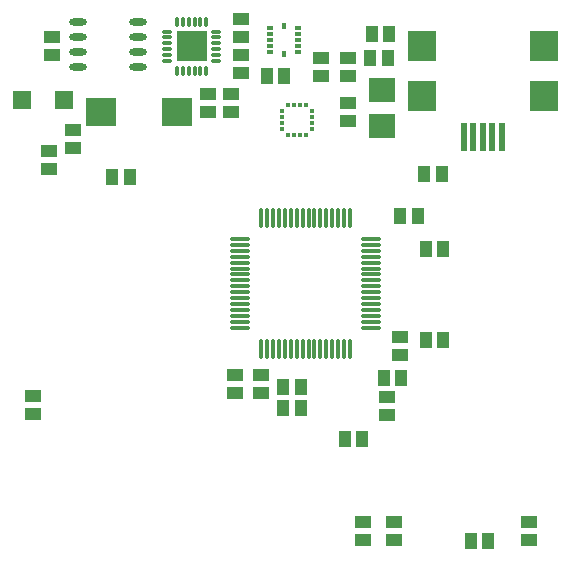
<source format=gtp>
%FSAX24Y24*%
%MOIN*%
G70*
G01*
G75*
G04 Layer_Color=8421504*
%ADD10R,0.0177X0.0118*%
%ADD11R,0.0118X0.0177*%
%ADD12O,0.0118X0.0709*%
%ADD13O,0.0709X0.0118*%
%ADD14R,0.0197X0.0925*%
%ADD15R,0.0925X0.0984*%
%ADD16R,0.0591X0.0591*%
%ADD17R,0.0551X0.0433*%
%ADD18R,0.1024X0.0945*%
%ADD19R,0.0433X0.0551*%
%ADD20R,0.0866X0.0787*%
%ADD21R,0.0236X0.0126*%
%ADD22R,0.0126X0.0236*%
%ADD23O,0.0354X0.0118*%
%ADD24O,0.0118X0.0354*%
%ADD25R,0.1024X0.1024*%
%ADD26O,0.0591X0.0236*%
%ADD27C,0.0080*%
%ADD28R,0.0591X0.0591*%
%ADD29C,0.0591*%
%ADD30C,0.0512*%
%ADD31C,0.0240*%
%ADD32C,0.0260*%
%ADD33O,0.0984X0.0276*%
%ADD34C,0.0020*%
%ADD35C,0.0236*%
%ADD36C,0.0098*%
%ADD37C,0.0079*%
%ADD38C,0.0100*%
D10*
X029900Y045800D02*
D03*
Y045603D02*
D03*
Y045406D02*
D03*
Y045209D02*
D03*
X030904D02*
D03*
Y045406D02*
D03*
Y045603D02*
D03*
Y045800D02*
D03*
D11*
X030107Y045003D02*
D03*
X030304D02*
D03*
X030500D02*
D03*
X030697D02*
D03*
Y046007D02*
D03*
X030500D02*
D03*
X030304D02*
D03*
X030107D02*
D03*
D12*
X029224Y042235D02*
D03*
X029420D02*
D03*
X029617D02*
D03*
X029814D02*
D03*
X030011D02*
D03*
X030208D02*
D03*
X030405D02*
D03*
X030602D02*
D03*
X030798D02*
D03*
X030995D02*
D03*
X031192D02*
D03*
X031389D02*
D03*
X031586D02*
D03*
X031783D02*
D03*
X031980D02*
D03*
X032176D02*
D03*
Y037865D02*
D03*
X031980D02*
D03*
X031783D02*
D03*
X031586D02*
D03*
X031389D02*
D03*
X031192D02*
D03*
X030995D02*
D03*
X030798D02*
D03*
X030602D02*
D03*
X030405D02*
D03*
X030208D02*
D03*
X030011D02*
D03*
X029814D02*
D03*
X029617D02*
D03*
X029420D02*
D03*
X029224D02*
D03*
D13*
X032885Y041526D02*
D03*
Y041330D02*
D03*
Y041133D02*
D03*
Y040936D02*
D03*
Y040739D02*
D03*
Y040542D02*
D03*
Y040345D02*
D03*
Y040148D02*
D03*
Y039952D02*
D03*
Y039755D02*
D03*
Y039558D02*
D03*
Y039361D02*
D03*
Y039164D02*
D03*
Y038967D02*
D03*
Y038770D02*
D03*
Y038574D02*
D03*
X028515D02*
D03*
Y038770D02*
D03*
Y038967D02*
D03*
Y039164D02*
D03*
Y039361D02*
D03*
Y039558D02*
D03*
Y039755D02*
D03*
Y039952D02*
D03*
Y040148D02*
D03*
Y040345D02*
D03*
Y040542D02*
D03*
Y040739D02*
D03*
Y040936D02*
D03*
Y041133D02*
D03*
Y041330D02*
D03*
Y041526D02*
D03*
D14*
X035970Y044930D02*
D03*
X036285Y044929D02*
D03*
X036600D02*
D03*
X037230D02*
D03*
X036915D02*
D03*
D15*
X034563Y047971D02*
D03*
X038637D02*
D03*
X034563Y046297D02*
D03*
X038637D02*
D03*
D16*
X021261Y046150D02*
D03*
X022639D02*
D03*
D17*
X022250Y048245D02*
D03*
Y047655D02*
D03*
X022950Y044555D02*
D03*
Y045145D02*
D03*
X032100Y045455D02*
D03*
Y046045D02*
D03*
X021600Y035705D02*
D03*
Y036295D02*
D03*
X028550Y047645D02*
D03*
Y047055D02*
D03*
Y048255D02*
D03*
Y048845D02*
D03*
X027450Y046345D02*
D03*
Y045755D02*
D03*
X028200Y046345D02*
D03*
Y045755D02*
D03*
X032100Y046955D02*
D03*
Y047545D02*
D03*
X031200D02*
D03*
Y046955D02*
D03*
X022150Y044445D02*
D03*
Y043855D02*
D03*
X033650Y031505D02*
D03*
Y032095D02*
D03*
X032600Y031505D02*
D03*
Y032095D02*
D03*
X038150Y031505D02*
D03*
Y032095D02*
D03*
X033400Y035655D02*
D03*
Y036245D02*
D03*
X033850Y038245D02*
D03*
Y037655D02*
D03*
X029200Y036405D02*
D03*
Y036995D02*
D03*
X028350Y036405D02*
D03*
Y036995D02*
D03*
D18*
X023890Y045750D02*
D03*
X026410D02*
D03*
D19*
X029995Y046950D02*
D03*
X029405D02*
D03*
X024845Y043600D02*
D03*
X024255D02*
D03*
X033445Y047550D02*
D03*
X032855D02*
D03*
X033495Y048350D02*
D03*
X032905D02*
D03*
X035245Y043700D02*
D03*
X034655D02*
D03*
X036795Y031450D02*
D03*
X036205D02*
D03*
X034445Y042300D02*
D03*
X033855D02*
D03*
X032595Y034850D02*
D03*
X032005D02*
D03*
X035295Y041200D02*
D03*
X034705D02*
D03*
X035295Y038150D02*
D03*
X034705D02*
D03*
X033305Y036900D02*
D03*
X033895D02*
D03*
X029955Y036600D02*
D03*
X030545D02*
D03*
X029955Y035900D02*
D03*
X030545D02*
D03*
D20*
X033250Y045309D02*
D03*
Y046491D02*
D03*
D21*
X029500Y047763D02*
D03*
Y047959D02*
D03*
Y048156D02*
D03*
Y048353D02*
D03*
Y048550D02*
D03*
X030445Y047763D02*
D03*
Y047959D02*
D03*
Y048156D02*
D03*
Y048353D02*
D03*
Y048550D02*
D03*
D22*
X029972Y048629D02*
D03*
Y047684D02*
D03*
D23*
X026093Y048442D02*
D03*
Y048245D02*
D03*
Y048048D02*
D03*
Y047852D02*
D03*
Y047655D02*
D03*
Y047458D02*
D03*
X027707D02*
D03*
Y047655D02*
D03*
Y047852D02*
D03*
Y048048D02*
D03*
Y048245D02*
D03*
Y048442D02*
D03*
D24*
X026408Y047143D02*
D03*
X026605D02*
D03*
X026802D02*
D03*
X026998D02*
D03*
X027195D02*
D03*
X027392D02*
D03*
Y048757D02*
D03*
X027195D02*
D03*
X026998D02*
D03*
X026802D02*
D03*
X026605D02*
D03*
X026408D02*
D03*
D25*
X026900Y047950D02*
D03*
D26*
X023096Y048750D02*
D03*
Y048250D02*
D03*
Y047750D02*
D03*
Y047250D02*
D03*
X025104Y048750D02*
D03*
Y048250D02*
D03*
Y047750D02*
D03*
Y047250D02*
D03*
M02*

</source>
